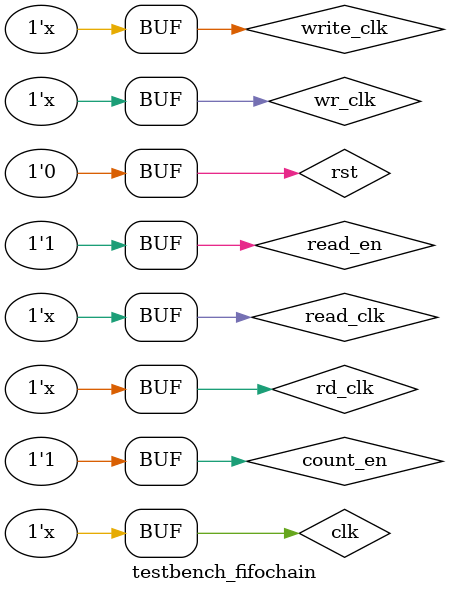
<source format=v>
`timescale 1ns / 1ps


module testbench_fifochain(

    );
    
    reg clk = 0;

    integer counter=0;
    integer int_count=0;



    reg wr_clk = 0;    
    reg write_en=0;
    wire [31:0] data_in;

    reg rd_clk = 0;
    reg read_en=0;
    wire [31:0] data_out;
    
    wire full;
    wire empty;
    reg rst=1;
    wire read_clk;
    wire write_clk;


    always #8 clk <= ~clk;
    always #1 rd_clk <= ~rd_clk;
    always #4 wr_clk <= ~wr_clk;

    assign read_clk = rd_clk;
    assign write_clk = wr_clk;


    reg count_en =0;
    initial
    begin
        rst <=1;
        #190 rst=0;
        #200 count_en <=1;
        #300 read_en <=1;
    end


    
    



    always @(posedge clk)
    begin
        counter <= counter+1;
    end 



    always @(negedge wr_clk)
    begin
        if(count_en)
        begin
            int_count <= int_count +1;
            write_en <= 1;
        end 
    end
    





    integer rd_counter = 0;
    always @(posedge rd_clk)
    begin
        rd_counter <= rd_counter + 1;
    end



    assign data_in = int_count;

    
    fifo_chain  
    #(
     .data_width(32),
     .num_fifo(10)

    )
    fifo_chain_1(
    
    
    .read_en(read_en),
    .write_en(write_en),
    .data_in(data_in),
    .data_out(data_out),
    // .full(full),
    // .empty(empty),
    .rst(rst),
    .read_clk(read_clk),
    .write_clk(write_clk)
    
    
    );


    //First FIFO
// FIFO_DUALCLOCK_MACRO #(
//     .ALMOST_EMPTY_OFFSET(9'h080),//Setsthealmostemptythreshold
//     .ALMOST_FULL_OFFSET(9'h080),//Setsalmostfullthreshold
//     .DATA_WIDTH(32),//Validvaluesare1-72(37-72onlyvalidwhenFIFO_SIZE = "36Kb")
//     .DEVICE("7SERIES"),//Targetdevice:"7SERIES"
//     .FIFO_SIZE("36Kb"),//TargetBRAM:"18Kb"or"36Kb"
//     .FIRST_WORD_FALL_THROUGH("TRUE")//SetstheFIforFWFTto"TRUE"or"FALSE"
//     )
// FIFO_FWFT(
//     // .ALMOSTEMPTY(ALMOSTEMPTY),//1-bitoutputalmostempty
//     // .ALMOSTFULL(ALMOSTFULL),//1-bitoutputalmostfull
//     .DO(data_out),//Outputdata,widthdefinedbyDATA_WIDTHparameter
//     // .EMPTY(net[0].EMPTY),//1-bitoutputempty
//     // .FULL(net[0].FULL),//1-bitoutputfull
//     // .RDCOUNT(net[0].RC),//Outputreadcount,widthdeterminedbyFIfordepth
//     // .RDERR(RDERR),//1-bitoutputreaderror
//     // .WRCOUNT(net[0].WC),//Outputwritecount,widthdeterminedbyFIfordepth
//     // .WRERR(WRERR),//1-bitoutputwriteerror
//     .DI(data_in),//Inputdata,widthdefinedbyDATA_WIDTHparameter
//     .RDCLK(read_clk),//1-bitinputreadclock
//     .RDEN(read_en),//1-bitinputreadenable
//     .RST(rst),//1-bitinputreset
//     .WRCLK(write_clk),//1-bit input write clock
//     .WREN(write_en)//1-bitinputwriteenable
//     );
    
    
    
endmodule

</source>
